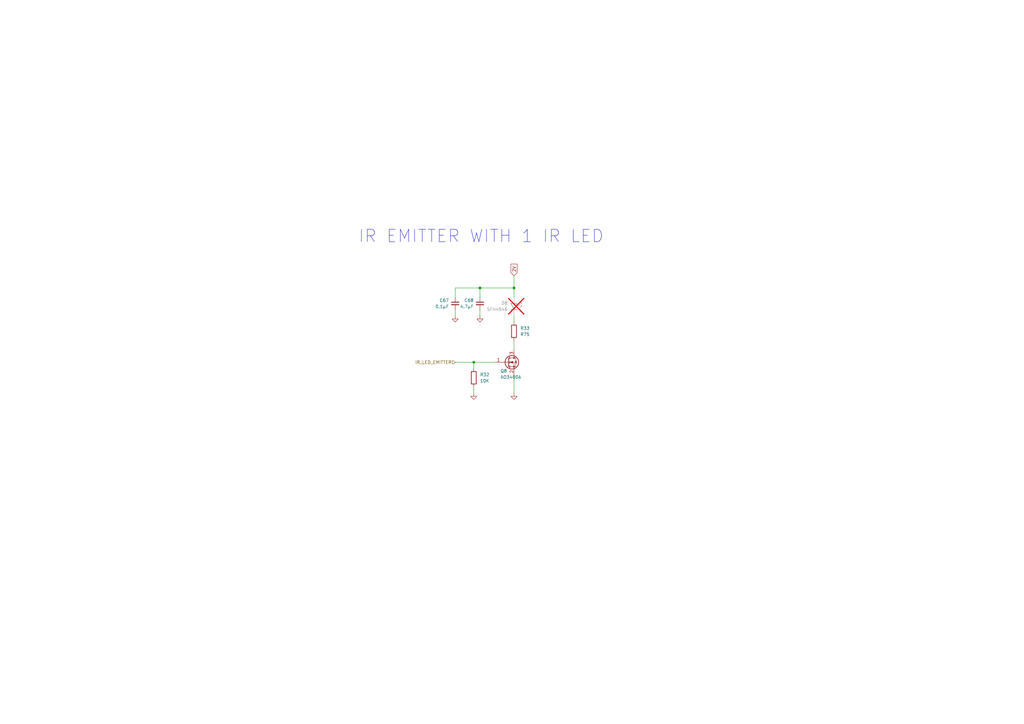
<source format=kicad_sch>
(kicad_sch (version 20250114) (generator "eeschema") (generator_version "9.0")
  (paper "A3")
  (title_block (title "Rabosa Micromouse") (rev "1.0") (company "XorvaLabs ") (comment 1 "Schematic design based on Green Ye's Green Giant 5.19V micromouse") (comment 2 "And in OPRobots streams"))
  (lib_symbols
    (symbol "Device:C_Small" (pin_numbers (hide yes)) (pin_names (offset 0.254) (hide yes))
      (property "Reference" "C" (at 0.254 1.778 0))
      (property "Value" "C_Small" (at 0.254 -2.032 0))
      (symbol "C_Small_0_1"
        (polyline (pts (xy -1.524 0.508) (xy 1.524 0.508)) (stroke (width 0.3048)))
        (polyline (pts (xy -1.524 -0.508) (xy 1.524 -0.508)) (stroke (width 0.3302)))
      )
      (symbol "C_Small_1_1"
        (pin passive line (at 0 2.54 270) (length 2.032) (name "~") (number "1"))
        (pin passive line (at 0 -2.54 90) (length 2.032) (name "~") (number "2"))
      )
    )
    (symbol "Device:R" (pin_numbers (hide yes)) (pin_names (offset 0))
      (property "Reference" "R" (at 2.032 0 90))
      (property "Value" "R" (at 0 0 90))
      (symbol "R_0_1"
        (rectangle (start -1.016 -2.54) (end 1.016 2.54) (stroke (width 0.254)))
      )
      (symbol "R_1_1"
        (pin passive line (at 0 3.81 270) (length 1.27) (name "~") (number "1"))
        (pin passive line (at 0 -3.81 90) (length 1.27) (name "~") (number "2"))
      )
    )
    (symbol "LED:SFH4546" (pin_numbers (hide yes)) (pin_names (offset 1.016) (hide yes))
      (property "Reference" "D" (at 0.508 1.778 0))
      (property "Value" "SFH4546" (at -1.016 -2.794 0))
      (symbol "SFH4546_0_1"
        (polyline (pts (xy -2.54 1.27) (xy -2.54 -1.27)) (stroke (width 0.254)))
        (polyline (pts (xy -2.413 1.651) (xy -0.889 3.175) (xy -0.889 2.667) (xy -0.889 3.175) (xy -1.397 3.175)))
        (polyline (pts (xy -1.143 1.651) (xy 0.381 3.175) (xy 0.381 2.667)))
        (polyline (pts (xy 0 0) (xy -2.54 0)))
        (polyline (pts (xy 0 -1.27) (xy -2.54 0) (xy 0 1.27) (xy 0 -1.27)) (stroke (width 0.254)))
        (polyline (pts (xy 0.381 3.175) (xy -0.127 3.175)))
      )
      (symbol "SFH4546_1_1"
        (pin passive line (at -5.08 0 0) (length 2.54) (name "K") (number "1"))
        (pin passive line (at 2.54 0 180) (length 2.54) (name "A") (number "2"))
      )
    )
    (symbol "Transistor_FET:AO3400A" (pin_names (offset 0) (hide yes))
      (property "Reference" "Q" (at 5.08 1.905 0))
      (property "Value" "AO3400A" (at 5.08 0 0))
      (symbol "AO3400A_0_1"
        (polyline (pts (xy 0.254 1.905) (xy 0.254 -1.905)) (stroke (width 0.254)))
        (polyline (pts (xy 0.254 0) (xy -2.54 0)))
        (polyline (pts (xy 0.762 2.286) (xy 0.762 1.27)) (stroke (width 0.254)))
        (polyline (pts (xy 0.762 0.508) (xy 0.762 -0.508)) (stroke (width 0.254)))
        (polyline (pts (xy 0.762 -1.27) (xy 0.762 -2.286)) (stroke (width 0.254)))
        (polyline (pts (xy 0.762 -1.778) (xy 3.302 -1.778) (xy 3.302 1.778) (xy 0.762 1.778)))
        (polyline (pts (xy 1.016 0) (xy 2.032 0.381) (xy 2.032 -0.381) (xy 1.016 0)) (fill (type outline)))
        (circle (center 1.651 0) (radius 2.794) (stroke (width 0.254)))
        (polyline (pts (xy 2.54 2.54) (xy 2.54 1.778)))
        (circle (center 2.54 1.778) (radius 0.254) (fill (type outline)))
        (circle (center 2.54 -1.778) (radius 0.254) (fill (type outline)))
        (polyline (pts (xy 2.54 -2.54) (xy 2.54 0) (xy 0.762 0)))
        (polyline (pts (xy 2.921 0.381) (xy 3.683 0.381)))
        (polyline (pts (xy 3.302 0.381) (xy 2.921 -0.254) (xy 3.683 -0.254) (xy 3.302 0.381)))
      )
      (symbol "AO3400A_1_1"
        (pin input line (at -5.08 0 0) (length 2.54) (name "G") (number "1"))
        (pin passive line (at 2.54 5.08 270) (length 2.54) (name "D") (number "3"))
        (pin passive line (at 2.54 -5.08 90) (length 2.54) (name "S") (number "2"))
      )
    )
    (symbol "power:GND" (power) (pin_numbers (hide yes)) (pin_names (offset 0) (hide yes))
      (property "Value" "GND" (at 0 -3.81 0))
      (symbol "GND_0_1"
        (polyline (pts (xy 0 0) (xy 0 -1.27) (xy 1.27 -1.27) (xy 0 -2.54) (xy -1.27 -1.27) (xy 0 -1.27)))
      )
      (symbol "GND_1_1"
        (pin power_in line (at 0 0 270) (length 0) (name "~") (number "1"))
      )
    )
  )
  (text "IR EMITTER WITH 1 IR LED" (at 197.358 97.028 0) (effects (font (size 5.08 5.08))))
  (junction (at 210.82 118.11))
  (junction (at 194.31 148.59))
  (junction (at 196.85 118.11))
  (wire (pts (xy 196.85 129.54) (xy 196.85 127)))
  (wire (pts (xy 194.31 158.75) (xy 194.31 161.29)))
  (wire (pts (xy 194.31 148.59) (xy 194.31 151.13)))
  (wire (pts (xy 186.69 148.59) (xy 194.31 148.59)))
  (wire (pts (xy 210.82 129.54) (xy 210.82 132.08)))
  (wire (pts (xy 194.31 148.59) (xy 203.2 148.59)))
  (wire (pts (xy 196.85 118.11) (xy 186.69 118.11)))
  (wire (pts (xy 210.82 153.67) (xy 210.82 161.29)))
  (wire (pts (xy 210.82 113.03) (xy 210.82 118.11)))
  (wire (pts (xy 210.82 118.11) (xy 210.82 121.92)))
  (wire (pts (xy 196.85 118.11) (xy 196.85 121.92)))
  (wire (pts (xy 210.82 139.7) (xy 210.82 143.51)))
  (wire (pts (xy 186.69 121.92) (xy 186.69 118.11)))
  (wire (pts (xy 186.69 127) (xy 186.69 129.54)))
  (wire (pts (xy 210.82 118.11) (xy 196.85 118.11)))
  (global_label "2V" (shape input) (at 210.82 113.03 90) (property "Intersheetrefs" "${INTERSHEET_REFS}" (effects (hide yes))))
  (hierarchical_label "IR_LED_EMITTER" (shape input) (at 186.69 148.59 180))
  (symbol (lib_id "Device:R") (at 210.82 135.89 0) (unit 1)
    (property "Reference" "R33" (at 213.36 134.6199 0) (effects (justify left)))
    (property "Value" "R75" (at 213.36 137.1599 0) (effects (justify left)))
    (property "Footprint" "Resistor_SMD:R_0402_1005Metric" (effects (hide yes)))
    (property "Description" "Resistor" (effects (hide yes)))
    (property "JLCPCB Part #" "C22369159" (effects (hide yes)))
    (instances (project "Rabosa" (path "" (reference "R33") (unit 1)) (path "" (reference "R10") (unit 1)) (path "" (reference "R8") (unit 1)) (path "" (reference "R12") (unit 1))))
  )
  (symbol (lib_id "power:GND") (at 196.85 129.54 0) (unit 1)
    (property "Reference" "#PWR082" (effects (hide yes)))
    (property "Value" "GND" (effects (hide yes)))
    (property "Description" "Power symbol creates a global label with name \"GND\" , ground" (effects (hide yes)))
    (instances (project "Rabosa" (path "" (reference "#PWR082") (unit 1)) (path "" (reference "#PWR0102") (unit 1)) (path "" (reference "#PWR098") (unit 1)) (path "" (reference "#PWR092") (unit 1))))
  )
  (symbol (lib_id "power:GND") (at 194.31 161.29 0) (unit 1)
    (property "Reference" "#PWR081" (effects (hide yes)))
    (property "Value" "GND" (effects (hide yes)))
    (property "Description" "Power symbol creates a global label with name \"GND\" , ground" (effects (hide yes)))
    (instances (project "Rabosa" (path "" (reference "#PWR081") (unit 1)) (path "" (reference "#PWR0101") (unit 1)) (path "" (reference "#PWR097") (unit 1)) (path "" (reference "#PWR091") (unit 1))))
  )
  (symbol (lib_id "Device:R") (at 194.31 154.94 0) (unit 1)
    (property "Reference" "R32" (at 196.85 153.6699 0) (effects (justify left)))
    (property "Value" "10K" (at 196.85 156.2099 0) (effects (justify left)))
    (property "Footprint" "Resistor_SMD:R_0402_1005Metric" (effects (hide yes)))
    (property "Description" "Resistor" (effects (hide yes)))
    (property "JLCPCB Part #" "C174175" (effects (hide yes)))
    (instances (project "Rabosa" (path "" (reference "R32") (unit 1)) (path "" (reference "R9") (unit 1)) (path "" (reference "R7") (unit 1)) (path "" (reference "R11") (unit 1))))
  )
  (symbol (lib_id "LED:SFH4546") (at 210.82 124.46 270) (mirror x) (unit 1) (dnp yes)
    (property "Reference" "D8" (at 208.28 124.3329 90) (effects (justify right)))
    (property "Value" "SFH4546" (at 208.28 126.8729 90) (effects (justify right)))
    (property "Footprint" "LED_THT:LED_D5.0mm_Horizontal_O1.27mm_Z3.0mm_IRGrey" (effects (hide yes)))
    (property "Datasheet" "http://www.osram-os.com/Graphics/XPic1/00101982_0.pdf" (effects (hide yes)))
    (property "Description" "High-Power IR LED 940nm" (effects (hide yes)))
    (property "JLCPCB Part #" "C2900373" (effects (hide yes)))
    (instances (project "Rabosa" (path "" (reference "D8") (unit 1)) (path "" (reference "D17") (unit 1)) (path "" (reference "D16") (unit 1)) (path "" (reference "D20") (unit 1))))
  )
  (symbol (lib_id "Device:C_Small") (at 196.85 124.46 0) (mirror y) (unit 1)
    (property "Reference" "C68" (at 194.31 123.1962 0) (effects (justify left)))
    (property "Value" "4.7µF" (at 194.31 125.7362 0) (effects (justify left)))
    (property "Footprint" "Capacitor_SMD:C_0402_1005Metric" (effects (hide yes)))
    (property "Description" "Unpolarized capacitor, small symbol" (effects (hide yes)))
    (property "JLCPCB Part #" "C23687" (effects (hide yes)))
    (instances (project "Rabosa" (path "" (reference "C68") (unit 1)) (path "" (reference "C4") (unit 1)) (path "" (reference "C2") (unit 1)) (path "" (reference "C6") (unit 1))))
  )
  (symbol (lib_id "Device:C_Small") (at 186.69 124.46 0) (mirror y) (unit 1)
    (property "Reference" "C67" (at 184.15 123.1962 0) (effects (justify left)))
    (property "Value" "0.1µF" (at 184.15 125.7362 0) (effects (justify left)))
    (property "Footprint" "Capacitor_SMD:C_0402_1005Metric" (effects (hide yes)))
    (property "Description" "Unpolarized capacitor, small symbol" (effects (hide yes)))
    (property "JLCPCB Part #" "C1525" (effects (hide yes)))
    (instances (project "Rabosa" (path "" (reference "C67") (unit 1)) (path "" (reference "C3") (unit 1)) (path "" (reference "C1") (unit 1)) (path "" (reference "C5") (unit 1))))
  )
  (symbol (lib_id "Transistor_FET:AO3400A") (at 208.28 148.59 0) (unit 1)
    (property "Reference" "Q8" (at 205.232 152.146 0) (effects (justify left)))
    (property "Value" "AO3400A" (at 205.232 154.686 0) (effects (justify left)))
    (property "Footprint" "Package_TO_SOT_SMD:SOT-23" (effects (hide yes)))
    (property "Datasheet" "http://www.aosmd.com/pdfs/datasheet/AO3400A.pdf" (effects (hide yes)))
    (property "Description" "30V Vds, 5.7A Id, N-Channel MOSFET, SOT-23" (effects (hide yes)))
    (property "Link compra" "https://www.digikey.es/es/products/detail/alpha-omega-semiconductor-inc/AO3400A/1855772" (effects (hide yes)))
    (property "JLCPCB Part #" "C20917" (effects (hide yes)))
    (instances (project "Rabosa" (path "" (reference "Q8") (unit 1)) (path "" (reference "Q4") (unit 1)) (path "" (reference "Q2") (unit 1)) (path "" (reference "Q6") (unit 1))))
  )
  (symbol (lib_id "power:GND") (at 210.82 161.29 0) (unit 1)
    (property "Reference" "#PWR083" (effects (hide yes)))
    (property "Value" "GND" (effects (hide yes)))
    (property "Description" "Power symbol creates a global label with name \"GND\" , ground" (effects (hide yes)))
    (instances (project "Rabosa" (path "" (reference "#PWR083") (unit 1)) (path "" (reference "#PWR0103") (unit 1)) (path "" (reference "#PWR099") (unit 1)) (path "" (reference "#PWR093") (unit 1))))
  )
  (symbol (lib_id "power:GND") (at 186.69 129.54 0) (unit 1)
    (property "Reference" "#PWR080" (effects (hide yes)))
    (property "Value" "GND" (effects (hide yes)))
    (property "Description" "Power symbol creates a global label with name \"GND\" , ground" (effects (hide yes)))
    (instances (project "Rabosa" (path "" (reference "#PWR080") (unit 1)) (path "" (reference "#PWR0100") (unit 1)) (path "" (reference "#PWR096") (unit 1)) (path "" (reference "#PWR090") (unit 1))))
  )
)
</source>
